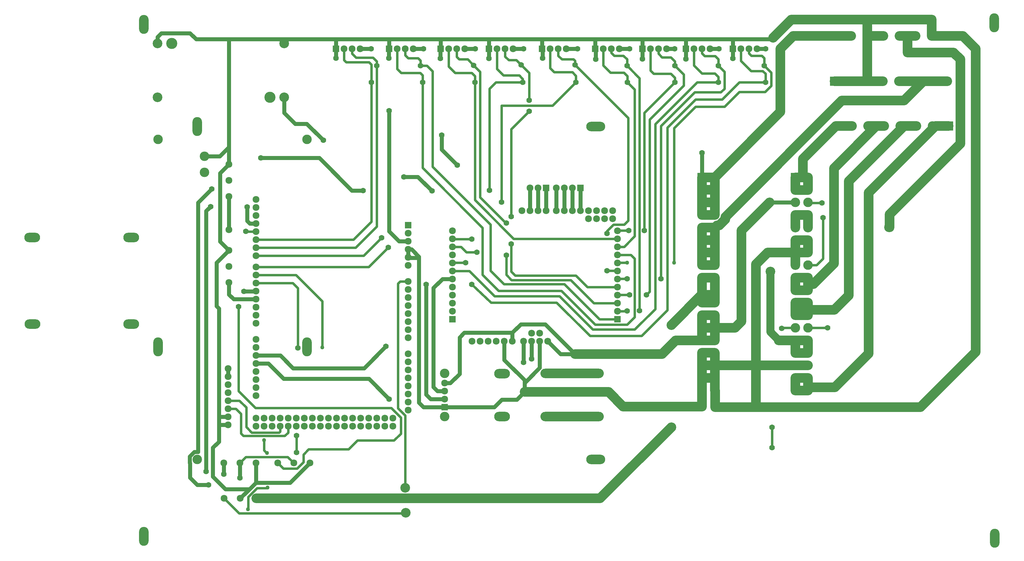
<source format=gbl>
%FSLAX44Y44*%
%MOMM*%
G71*
G01*
G75*
G04 Layer_Physical_Order=2*
G04 Layer_Color=16711680*
%ADD10R,1.9050X2.1590*%
%ADD11C,0.7620*%
%ADD12C,1.2700*%
%ADD13C,3.0480*%
%ADD14C,0.5080*%
%ADD15C,3.0000*%
%ADD16O,3.0000X6.0000*%
%ADD17O,6.0000X3.0000*%
%ADD18O,5.0000X3.0000*%
%ADD19R,2.1590X2.1590*%
%ADD20C,2.1590*%
%ADD21R,2.1590X2.1590*%
%ADD22R,3.0000X3.0000*%
%ADD23C,3.0480*%
%ADD24C,3.5000*%
%ADD25O,20.0000X3.0000*%
%ADD26C,1.2700*%
%ADD27C,1.7780*%
%ADD28C,2.5400*%
D11*
X1567942Y1004316D02*
Y1150112D01*
X1485216Y1232838D02*
X1567942Y1150112D01*
X1815846Y732028D02*
Y782828D01*
X1785366Y813308D02*
X1815846Y782828D01*
X1829816Y560578D02*
Y789178D01*
X1806956Y812038D02*
X1829816Y789178D01*
X1806956Y812038D02*
Y1205738D01*
X1636776Y1911858D02*
X1643126Y1905508D01*
X1636776Y1911858D02*
Y1947418D01*
X1662176Y1932178D02*
Y1947418D01*
Y1932178D02*
X1674876Y1919478D01*
X1728216D02*
X1739646Y1908048D01*
Y1894078D02*
Y1908048D01*
X1674876Y1919478D02*
X1728216D01*
X1643126Y1905508D02*
X1715516D01*
X1723136Y1897888D01*
Y1842008D02*
Y1897888D01*
X2962656Y1894078D02*
Y1918208D01*
X2955036Y1925828D02*
X2962656Y1918208D01*
X2922016Y1925828D02*
X2955036D01*
X2914396Y1933448D02*
X2922016Y1925828D01*
X2914396Y1933448D02*
Y1947418D01*
X2888996Y1909318D02*
Y1947418D01*
Y1909318D02*
X2920746Y1877568D01*
X2957576D01*
X2966466Y1868678D01*
Y1842008D02*
Y1868678D01*
X2765806Y1933448D02*
Y1947418D01*
Y1933448D02*
X2774696Y1924558D01*
X2807716D01*
X2817876Y1914398D01*
Y1894078D02*
Y1914398D01*
X2740406Y1895348D02*
Y1947418D01*
Y1895348D02*
X2765806Y1869948D01*
X2806446D01*
X2817876Y1858518D01*
Y1842008D02*
Y1858518D01*
X2480056Y1934718D02*
Y1947418D01*
Y1934718D02*
X2488946Y1925828D01*
X2518156D01*
X2529586Y1914398D01*
Y1894078D02*
Y1914398D01*
X2454656Y1895348D02*
Y1947418D01*
Y1895348D02*
X2477516Y1872488D01*
X2519426D01*
X2530856Y1861058D01*
Y1842008D02*
Y1861058D01*
X2603246Y1878838D02*
Y1947418D01*
Y1878838D02*
X2613406Y1868678D01*
X2668016D01*
X2680716Y1855978D01*
Y1842008D02*
Y1855978D01*
X2628646Y1932178D02*
Y1947418D01*
Y1932178D02*
X2640076Y1920748D01*
X2668016D01*
X2680716Y1908048D01*
Y1894078D02*
Y1908048D01*
X2312416Y1925828D02*
Y1947418D01*
Y1925828D02*
X2323846Y1914398D01*
X2360676D01*
X2365756Y1909318D01*
Y1896618D02*
Y1909318D01*
X2287016Y1886458D02*
Y1947418D01*
Y1886458D02*
X2299716Y1873758D01*
X2356866D01*
X2368296Y1862328D01*
Y1842008D02*
Y1862328D01*
X2180336Y1911858D02*
X2195576Y1896618D01*
X2156206Y1911858D02*
X2180336D01*
X2144776Y1923288D02*
X2156206Y1911858D01*
X2144776Y1923288D02*
Y1947418D01*
X2119376Y1883918D02*
Y1947418D01*
Y1883918D02*
X2139696Y1863598D01*
X2189226D01*
X2200656Y1852168D01*
Y1842008D02*
Y1852168D01*
X2026666Y1914398D02*
X2045716Y1895348D01*
X1999996Y1914398D02*
X2026666D01*
X1992376Y1922018D02*
X1999996Y1914398D01*
X1992376Y1922018D02*
Y1947418D01*
X1966976Y1891538D02*
Y1947418D01*
Y1891538D02*
X1987296Y1871218D01*
X2039366D01*
X2049526Y1861058D01*
Y1842008D02*
Y1861058D01*
X1829816Y1927098D02*
Y1947418D01*
Y1927098D02*
X1838706Y1918208D01*
X1870456D01*
X1878076Y1910588D01*
Y1894078D02*
Y1910588D01*
X1804416Y1883918D02*
Y1947418D01*
Y1883918D02*
X1817116Y1871218D01*
X1876806D01*
X1884426Y1863598D01*
Y1842008D02*
Y1863598D01*
X2099056Y1246378D02*
Y1392428D01*
X1916176Y1575308D02*
X2099056Y1392428D01*
X1916176Y1575308D02*
Y1876298D01*
X1898396Y1894078D02*
X1916176Y1876298D01*
X1878076Y1894078D02*
X1898396D01*
X1884426Y1571498D02*
Y1842008D01*
Y1571498D02*
X2073656Y1382268D01*
Y1233678D02*
Y1382268D01*
X2529586Y1076198D02*
X2553716Y1100328D01*
Y1284478D01*
X2541298Y1296896D02*
X2553716Y1284478D01*
X2499028Y1296896D02*
X2541298D01*
X2045716Y1895348D02*
X2066036Y1875028D01*
X1978046Y1322578D02*
X1978328Y1322296D01*
X2499028D02*
X2520414D01*
X2553716Y1355598D01*
Y1819148D01*
X2530856Y1842008D02*
X2553716Y1819148D01*
X2499028Y1119096D02*
X2529304D01*
X2529586Y1119378D01*
X2568956Y1120648D02*
Y1854708D01*
X2529586Y1894078D02*
X2568956Y1854708D01*
X2584196Y1745488D02*
X2680716Y1842008D01*
X2584196Y1373378D02*
Y1745488D01*
X2499310Y1373378D02*
X2534666D01*
X2499028Y1373096D02*
X2499310Y1373378D01*
X2680716Y1894078D02*
X2708656Y1866138D01*
Y1831848D02*
Y1866138D01*
X2600706Y1723898D02*
X2708656Y1831848D01*
X2600706Y1180338D02*
Y1723898D01*
X2590546Y1170178D02*
X2600706Y1180338D01*
X2499310Y1170178D02*
X2537206D01*
X2499028Y1169896D02*
X2499310Y1170178D01*
X2750566Y1842008D02*
X2817876D01*
X2618486Y1709928D02*
X2750566Y1842008D01*
X2618486Y1125728D02*
Y1709928D01*
X2553716Y1060958D02*
X2618486Y1125728D01*
X2442238Y1093696D02*
X2499028D01*
X2331466Y1204468D02*
X2442238Y1093696D01*
X2140966Y1204468D02*
X2331466D01*
X2099056Y1246378D02*
X2140966Y1204468D01*
X2429256Y1076198D02*
X2529586D01*
X2322576Y1182878D02*
X2429256Y1076198D01*
X2124456Y1182878D02*
X2322576D01*
X2073656Y1233678D02*
X2124456Y1182878D01*
X2421636Y1060958D02*
X2553716D01*
X2316226Y1166368D02*
X2421636Y1060958D01*
X2111756Y1166368D02*
X2316226D01*
X2032028Y1246096D02*
X2111756Y1166368D01*
X1978328Y1246096D02*
X2032028D01*
X2817876Y1894078D02*
X2836926Y1875028D01*
Y1821688D02*
Y1875028D01*
X2825496Y1810258D02*
X2836926Y1821688D01*
X2742946Y1810258D02*
X2825496D01*
X2636266Y1703578D02*
X2742946Y1810258D01*
X2636266Y1220978D02*
Y1703578D01*
X2499310Y1220978D02*
X2529586D01*
X2499028Y1220696D02*
X2499310Y1220978D01*
X2883916Y1842008D02*
X2966466D01*
X2829306Y1787398D02*
X2883916Y1842008D01*
X2745486Y1787398D02*
X2829306D01*
X2656586Y1698498D02*
X2745486Y1787398D01*
X2656586Y1121918D02*
Y1698498D01*
X2575306Y1040638D02*
X2656586Y1121918D01*
X2412746Y1040638D02*
X2575306D01*
X2307336Y1146048D02*
X2412746Y1040638D01*
X2100326Y1146048D02*
X2307336D01*
X2039366Y1203198D02*
X2100326Y1146048D01*
X1978328Y1347696D02*
X1978610Y1347978D01*
X2962656Y1894078D02*
X2984246Y1872488D01*
Y1830578D02*
Y1872488D01*
X2965196Y1811528D02*
X2984246Y1830578D01*
X2883916Y1811528D02*
X2965196D01*
X2836926Y1764538D02*
X2883916Y1811528D01*
X2745486Y1764538D02*
X2836926D01*
X2678176Y1697228D02*
X2745486Y1764538D01*
X2678176Y1271778D02*
Y1697228D01*
X2499310Y1271778D02*
X2529586D01*
X2499028Y1271496D02*
X2499310Y1271778D01*
X1723136Y1401318D02*
Y1842008D01*
X1666416Y1344598D02*
X1723136Y1401318D01*
X1358392Y1344598D02*
X1666416D01*
X1739646Y1386078D02*
Y1894078D01*
X1672766Y1319198D02*
X1739646Y1386078D01*
X1358392Y1319198D02*
X1672766D01*
X2115566Y1842008D02*
X2200656D01*
X2095246Y1821688D02*
X2115566Y1842008D01*
X2095246Y1500378D02*
Y1821688D01*
X1979316Y1346708D02*
X2039366D01*
X1978328Y1347696D02*
X1979316Y1346708D01*
X1978610Y1271778D02*
X2020316D01*
X1978046D02*
X1978328Y1271496D01*
X2294636Y1768348D02*
X2368296Y1842008D01*
X2133346Y1768348D02*
X2294636D01*
X2133346Y1463548D02*
Y1768348D01*
X2022856Y1304798D02*
X2055876D01*
X2005358Y1322296D02*
X2022856Y1304798D01*
X1978328Y1322296D02*
X2005358D01*
X2195576Y1896618D02*
X2220976Y1871218D01*
Y1784858D02*
Y1871218D01*
X2163826Y1693418D02*
X2220976Y1750568D01*
X2163826Y1417828D02*
Y1693418D01*
Y1243838D02*
Y1331468D01*
X2404138Y1195296D02*
X2499028D01*
X2049526Y1469898D02*
Y1842008D01*
Y1469898D02*
X2171728Y1347696D01*
X2499028D01*
X2066036Y1478788D02*
Y1875028D01*
Y1478788D02*
X2147316Y1397508D01*
X2148586D01*
X2163826Y1243838D02*
X2176526Y1231138D01*
X2368296D01*
X2404138Y1195296D01*
X2148586Y1233678D02*
Y1295908D01*
Y1233678D02*
X2165096Y1217168D01*
X2351786D01*
X2424458Y1144496D01*
X2499028D01*
X2533396Y1405128D02*
Y1728978D01*
X2520696Y1392428D02*
X2533396Y1405128D01*
X2486406Y1392428D02*
X2520696D01*
X2466086Y1372108D02*
X2486406Y1392428D01*
X2466086Y1364488D02*
Y1372108D01*
Y1246378D02*
X2498746D01*
X2499028Y1246096D01*
X2365756Y1896618D02*
X2533396Y1728978D01*
X1271016Y810768D02*
X1295146D01*
X1311656Y794258D01*
X1271016Y836168D02*
X1306576D01*
X1328166Y814578D01*
Y752602D02*
Y814578D01*
X1258316Y527558D02*
X1305306Y480568D01*
X1829816D01*
X1831086Y481838D01*
X1806956Y1205738D02*
X1813736Y1212518D01*
X1838452D01*
X1427226Y639318D02*
X1445006Y621538D01*
X1488186D01*
X1508506Y641858D01*
Y665988D01*
X1525016Y682498D01*
X1650746D01*
X1678686Y710438D01*
X1794256D01*
X1815846Y732028D01*
X1304036Y866648D02*
X1357376Y813308D01*
X1304036Y866648D02*
Y1133348D01*
X1357376Y813308D02*
X1785366D01*
X1327736Y1369998D02*
X1358392D01*
X1326896Y1370838D02*
X1327736Y1369998D01*
X1358392Y1293798D02*
X1698166D01*
X1754886Y1350518D01*
X3101728Y1461008D02*
X3144266D01*
X3100532Y1462204D02*
X3101728Y1461008D01*
X1358392Y1258238D02*
X1714676D01*
X1776476Y1320038D01*
X3148076Y1284478D02*
Y1414018D01*
X3127802Y1264204D02*
X3148076Y1284478D01*
X3100532Y1264204D02*
X3127802D01*
X1358392Y1232838D02*
X1485216D01*
X3100698Y1066038D02*
X3162046D01*
X3100532Y1066204D02*
X3100698Y1066038D01*
X1358392Y1207438D02*
X1475056D01*
X1490726Y1191768D01*
Y1002538D02*
Y1191768D01*
X2986786Y687578D02*
Y752348D01*
X3018448Y1066204D02*
X3060532D01*
X3017012Y1064768D02*
X3018448Y1066204D01*
X1458976Y658368D02*
X1478026Y639318D01*
X1307846D02*
X1326896Y658368D01*
X1458976D01*
X1434592Y738378D02*
Y755318D01*
X1486408Y672338D02*
Y725678D01*
X1345438Y735330D02*
X1431544D01*
X1434592Y738378D01*
X1328166Y752602D02*
X1345438Y735330D01*
X1311656Y732282D02*
Y794258D01*
Y732282D02*
X1319022Y724916D01*
X1459992Y735584D02*
Y755318D01*
X1449324Y724916D02*
X1459992Y735584D01*
X1319022Y724916D02*
X1449324D01*
X1383792Y710946D02*
Y711708D01*
X1393444Y669544D02*
Y671068D01*
X1395476Y560070D02*
Y561340D01*
X1334008Y532183D02*
X1361895Y560070D01*
X1334008Y493014D02*
Y532183D01*
X1361895Y560070D02*
X1395476D01*
X1383792Y710946D02*
X1384046Y710692D01*
X1383792Y679196D02*
Y710946D01*
Y679196D02*
X1393444Y669544D01*
X1333754Y493268D02*
X1334008Y493014D01*
D12*
X1475486Y938784D02*
X1700022D01*
X1435432Y978838D02*
X1475486Y938784D01*
X1715008Y905256D02*
X1779016Y841248D01*
X1445768Y905256D02*
X1715008D01*
X1397586Y953438D02*
X1445768Y905256D01*
X1358392Y953438D02*
X1397586D01*
X1358392Y978838D02*
X1435432D01*
X1447800Y1745234D02*
Y1794510D01*
Y1745234D02*
X1482344Y1710690D01*
X1518920D01*
X1570990Y1658620D01*
X1611376Y1918208D02*
Y1947418D01*
X2863596Y1916938D02*
Y1947418D01*
X2715006Y1915668D02*
Y1947418D01*
X2430526Y1914398D02*
Y1946148D01*
X2429256Y1947418D02*
X2430526Y1946148D01*
X2577846Y1915668D02*
Y1947418D01*
X2262886Y1918208D02*
Y1946148D01*
X1940306Y1916938D02*
Y1946148D01*
X1777746Y1918208D02*
Y1946148D01*
X1779016Y1947418D01*
X2382266Y1436674D02*
Y1507998D01*
X2382188Y1436596D02*
X2382266Y1436674D01*
X2356866D02*
Y1507998D01*
X2331388Y1436596D02*
Y1507920D01*
X2306066Y1436674D02*
Y1507998D01*
X2274238Y1436596D02*
Y1507920D01*
X2248916Y1436674D02*
Y1507998D01*
X2223438Y1436596D02*
Y1507920D01*
X1909826Y841248D02*
X1954276D01*
X1918716Y879348D02*
X1931416Y866648D01*
X1954276D01*
X1886966Y815848D02*
X1954276D01*
X1872996Y829818D02*
X1886966Y815848D01*
X1849706Y1314118D02*
X1872996Y1290828D01*
X1838452Y1314118D02*
X1849706D01*
X1838452Y1288718D02*
Y1314118D01*
Y1288718D02*
X1840152Y1287018D01*
X1870456D01*
X1872996Y829818D02*
Y1290828D01*
X1895856Y855218D02*
X1909826Y841248D01*
X1895856Y855218D02*
Y1203198D01*
X1611376Y1947418D02*
Y1977898D01*
X2863596Y1947418D02*
Y1977898D01*
X2715006Y1947418D02*
Y1975358D01*
X2577846Y1947418D02*
Y1976628D01*
X2939796Y1947418D02*
X2966466D01*
X2791206D02*
X2819146D01*
X2654046D02*
X2679446D01*
X2505456D02*
X2537206D01*
X2337816D02*
X2373376D01*
X2170176D02*
X2203196D01*
X2017776D02*
X2050796D01*
X1855216D02*
X1886966D01*
X1687576D02*
X1721866D01*
X1779016D02*
Y1976628D01*
X1941576Y1947418D02*
Y1975358D01*
X2093976Y1947418D02*
Y1976628D01*
X2261616Y1947418D02*
Y1976628D01*
X1611376Y1977898D02*
X2429256D01*
X2863596D01*
X2429256Y1947418D02*
Y1977898D01*
X2093976Y1916938D02*
Y1947418D01*
X1778762Y1371092D02*
Y1752092D01*
Y1371092D02*
X1810336Y1339518D01*
X1838452D01*
X1954276Y815848D02*
X2110994D01*
X2863596Y1977898D02*
X2985516D01*
X2989961Y1982343D01*
X2979166Y1462278D02*
X3060458D01*
X3060532Y1462204D01*
X1358646Y577088D02*
Y639318D01*
X1245616Y1339088D02*
Y1554988D01*
X1273556Y1582928D01*
X1245616Y1339088D02*
X1273556Y1311148D01*
Y1375918D02*
Y1481328D01*
X1320546Y1181608D02*
X1357962D01*
X1358392Y1182038D01*
X1273556Y1171448D02*
Y1209548D01*
Y1171448D02*
X1288366Y1156638D01*
X1358392D01*
X1271016Y912368D02*
Y937768D01*
X1234186Y1134618D02*
X1241806Y1126998D01*
X1234186Y1134618D02*
Y1271778D01*
X1273556Y1311148D01*
X1466596Y577088D02*
X1528826Y639318D01*
X1358646Y577088D02*
X1466596D01*
X1222756Y687578D02*
X1241806Y706628D01*
X1222756Y596138D02*
Y687578D01*
Y596138D02*
X1262126Y556768D01*
X1338326D01*
X1309116Y527558D02*
X1338326Y556768D01*
X1358646Y577088D01*
X1257046Y603758D02*
Y639318D01*
X1330706Y1403858D02*
Y1448308D01*
Y1403858D02*
X1339166Y1395398D01*
X1358392D01*
X2228596Y968248D02*
Y1023768D01*
X2228518Y1023846D02*
X2228596Y1023768D01*
X1700022Y938784D02*
X1768856Y1007618D01*
X2203196Y956818D02*
Y1023768D01*
X2203118Y1023846D02*
X2203196Y1023768D01*
X2279318Y1023846D02*
X2319676Y983488D01*
X2167558Y1023846D02*
Y1050720D01*
X2194306Y1077468D01*
X2271776D01*
X1918716Y879348D02*
Y1192276D01*
X1947136Y1220696D01*
X1978328D01*
X1307846Y592328D02*
Y639318D01*
X1201420Y612140D02*
Y1435100D01*
X1215390Y1449070D01*
X1176020Y1461770D02*
X1219200Y1504950D01*
X1176020Y674130D02*
Y1461770D01*
X1163585Y674130D02*
X1176020D01*
X1149590Y660135D02*
X1163585Y674130D01*
X1149590Y639314D02*
Y660135D01*
X1150620Y593090D02*
Y638284D01*
Y593090D02*
X1173480Y570230D01*
X1209040D01*
X1447800Y1964510D02*
Y1977898D01*
X1611376D01*
X2766314Y1541448D02*
Y1618996D01*
X2766060Y1619250D02*
X2766314Y1618996D01*
X1944370Y1629410D02*
X1993900Y1579880D01*
X1944370Y1629410D02*
Y1675130D01*
X1196340Y1607820D02*
X1244346D01*
X1273556Y1637030D01*
Y1582928D02*
Y1637030D01*
X1374140Y1602740D02*
X1558290D01*
X1661160Y1499870D01*
X1696720D01*
X1824990Y1543050D02*
X1869440D01*
X1913890Y1498600D01*
X2762522Y1386840D02*
X2766314Y1383048D01*
X1243584Y759968D02*
X1271016D01*
X1243330Y785368D02*
X1271016D01*
X1241806Y706628D02*
Y1126998D01*
X1150620Y1996948D02*
X1169670Y1977898D01*
X1059942Y1996948D02*
X1150620D01*
X1047800Y1984806D02*
X1059942Y1996948D01*
X1047800Y1964510D02*
Y1984806D01*
X1273556Y1637030D02*
Y1977644D01*
X1169670Y1977898D02*
X1447800D01*
X2110994Y815848D02*
X2134362Y839216D01*
X2181606D01*
X2206244Y863854D01*
X2253918Y939722D02*
Y1023846D01*
X2142158Y965024D02*
Y1023846D01*
Y965024D02*
X2206244Y900938D01*
Y863854D02*
Y892048D01*
Y900938D01*
Y892048D02*
X2253918Y939722D01*
X1954276Y892048D02*
X1972056D01*
X2001012Y921004D01*
Y1036066D01*
X2015666Y1050720D01*
X2167558D01*
X2271776Y1077468D02*
X2365756Y983488D01*
X2319676D02*
X2365756D01*
X2380996D01*
D13*
X3285490Y1845310D02*
X3336290D01*
X3464814D02*
X3488690D01*
X3437890D02*
X3464814D01*
X3403346Y1783842D02*
X3464814Y1845310D01*
X3207108Y1783842D02*
X3403346D01*
X3488690Y1845310D02*
X3539490D01*
X3387090D02*
X3437890D01*
X3234690D02*
X3285490D01*
X3183890D02*
X3234690D01*
X2839334Y1416068D02*
X3207108Y1783842D01*
X2765806Y1541018D02*
X2766236Y1541448D01*
X2766314Y1462248D02*
Y1501848D01*
X2766236Y1541448D02*
X2766314D01*
Y1501848D02*
X2806314D01*
Y1462248D02*
Y1501848D01*
X2766314Y1462248D02*
X2806314D01*
Y1501848D02*
Y1541448D01*
Y1422648D02*
Y1462248D01*
X2766314Y1541448D02*
X2806314D01*
X2766314Y1501848D02*
Y1541448D01*
Y1422648D02*
Y1462248D01*
Y1422648D02*
X2806314D01*
X2766314Y1303848D02*
X2806314D01*
X2766314Y1264248D02*
X2806314D01*
X2766314Y1343448D02*
X2806314D01*
Y1383048D01*
X2766314Y1264248D02*
Y1343448D01*
X2806314Y1264248D02*
Y1303848D01*
X2766314D02*
Y1343448D01*
Y1383048D01*
X2766296D02*
X2766314D01*
X2806314D01*
Y1303848D02*
Y1343448D01*
X2766314Y1145448D02*
X2806314D01*
X2806174Y1224788D02*
X2806314Y1224648D01*
X2766314Y1145448D02*
Y1185048D01*
Y1224648D01*
X2806314Y1185048D02*
Y1224648D01*
X2766314D02*
X2806314D01*
X2766314Y1026648D02*
X2806314D01*
X2766314D02*
Y1066248D01*
Y1105848D01*
X2766246D02*
X2766314D01*
X2806314D01*
X2766314Y1066248D02*
X2806314D01*
Y1026648D02*
Y1066248D01*
Y1105848D01*
X2806064Y987298D02*
X2806314Y987048D01*
X3060532Y1501804D02*
X3100532D01*
X3060532D02*
Y1541404D01*
Y1383004D02*
Y1422604D01*
X3100532Y1383004D02*
Y1422604D01*
X3060750D02*
X3100532D01*
X3060446Y1422908D02*
X3060750Y1422604D01*
X3060532Y1264204D02*
Y1303804D01*
Y1343404D01*
Y1303804D02*
X3100532D01*
X3060532Y1343404D02*
X3100532D01*
Y1303804D02*
Y1343404D01*
X3060532Y1185004D02*
X3100532D01*
X3060532D02*
Y1224604D01*
Y1224702D01*
Y1224604D02*
X3100532D01*
X3099888Y1146048D02*
X3100532Y1145404D01*
X3060532Y987004D02*
X3100532D01*
Y1026604D01*
X3060532Y987004D02*
Y1026604D01*
X3060510D02*
X3060532D01*
X3100532D01*
X3060532Y947404D02*
X3100532D01*
X3060532Y868204D02*
Y907804D01*
X3100532D01*
X3186176Y1988058D02*
X3236976D01*
X3287776D02*
X3338576D01*
X3490976D02*
X3541776D01*
X3188716Y1703578D02*
X3239516D01*
X3084576Y1599438D02*
X3188716Y1703578D01*
X3084576Y1541404D02*
Y1599438D01*
X3060832Y1541404D02*
X3084576D01*
X3100532D01*
Y1501804D02*
Y1541404D01*
X3290316Y1703578D02*
X3315716D01*
X3341116D01*
X3100532Y1185004D02*
Y1204468D01*
Y1224604D01*
Y1204468D02*
X3117596D01*
X3403346Y1703578D02*
X3442716D01*
X3391916D02*
X3403346D01*
X3229356Y1168908D02*
Y1529588D01*
X3183636Y1123188D02*
X3229356Y1168908D01*
X3060532Y1105804D02*
Y1145404D01*
Y1105804D02*
X3100532D01*
X3082036Y1123188D02*
X3100532D01*
X3183636D01*
X3060532Y1145404D02*
X3100532D01*
Y1105804D02*
Y1123188D01*
Y1145404D01*
X3229356Y1529588D02*
X3403346Y1703578D01*
X3100532Y868204D02*
Y878078D01*
Y907804D01*
X3184906Y878078D02*
X3291586Y984758D01*
Y1492758D01*
X3060532Y868204D02*
X3100532D01*
Y878078D02*
X3184906D01*
X3502406Y1703578D02*
X3544316D01*
X3291586Y1492758D02*
X3502406Y1703578D01*
X2806314Y1541448D02*
X3013456Y1748590D01*
Y1947418D01*
X3054096Y1988058D01*
X3186176D01*
X2806314Y1383048D02*
X2812894Y1389628D01*
X2819991D01*
X2839334Y1408971D01*
Y1416068D01*
X3541776Y1988058D02*
X3588766D01*
X3629406Y1947418D01*
Y989838D02*
Y1947418D01*
X3455416Y815848D02*
X3629406Y989838D01*
X3287776Y1847596D02*
Y1988058D01*
Y2026158D01*
X2806314Y947448D02*
Y987048D01*
Y907848D02*
Y947448D01*
Y900228D02*
Y907848D01*
X2766314Y947448D02*
Y987048D01*
Y907848D02*
Y947448D01*
X2765806Y987298D02*
X2806064D01*
X2766314Y947448D02*
X2806314D01*
X2766314Y907848D02*
X2806314D01*
Y868248D02*
Y907848D01*
X2766314Y817626D02*
Y868248D01*
Y907848D01*
X2973092Y1303804D02*
X3060532D01*
X2935986Y1266698D02*
X2973092Y1303804D01*
X2806358Y947404D02*
X2935986D01*
X3060532D01*
X2935986D02*
Y1266698D01*
Y817118D02*
Y947404D01*
X2807716Y815848D02*
X3455416D01*
X2807716D02*
Y868248D01*
X3008440Y1026604D02*
X3060532D01*
X2806314Y1066248D02*
X2870156D01*
X2890266Y1086358D01*
Y1373378D01*
X2979166Y1462278D01*
X3389376Y1988058D02*
X3414776D01*
X3440176D01*
X3414776Y1935988D02*
X3559556D01*
X3581146Y1914398D01*
Y1647698D02*
Y1914398D01*
X3414776Y1935988D02*
Y1988058D01*
X3357626Y1424178D02*
X3581146Y1647698D01*
X3357626Y1383538D02*
Y1424178D01*
X1359916Y527558D02*
X2444496D01*
X2669286Y752348D01*
Y1074928D02*
X2764536Y1170178D01*
X2806314D01*
Y1145448D02*
Y1170178D01*
Y1185048D01*
X2683236Y1026648D02*
X2766314D01*
X2640076Y983488D02*
X2683236Y1026648D01*
X2365756Y983488D02*
X2640076D01*
X3117596Y1204468D02*
X3182366Y1269238D01*
Y1570228D01*
X3315716Y1703578D01*
X2989961Y1982343D02*
X3047746Y2040128D01*
X3490976D01*
Y1988058D02*
Y2040128D01*
X2517394Y817626D02*
X2766314D01*
X2471166Y863854D02*
X2517394Y817626D01*
X2206244Y863854D02*
X2471166D01*
D15*
X1049342Y1661092D02*
D03*
X1519342D02*
D03*
X1173480Y650240D02*
D03*
X3186176Y1988058D02*
D03*
X3236976D02*
D03*
X3287776D02*
D03*
X3338576D02*
D03*
X3389376D02*
D03*
X3490976D02*
D03*
X3440176D02*
D03*
X3188716Y1703578D02*
D03*
X3239516D02*
D03*
X3290316D02*
D03*
X3341116D02*
D03*
X3391916D02*
D03*
X3493516D02*
D03*
X3442716D02*
D03*
X3539490Y1845310D02*
D03*
X3488690D02*
D03*
X3437890D02*
D03*
X3387090D02*
D03*
X3336290D02*
D03*
X3234690D02*
D03*
X3285490D02*
D03*
X2766314Y1501848D02*
D03*
Y1462248D02*
D03*
Y1422648D02*
D03*
Y1383048D02*
D03*
Y1343448D02*
D03*
Y1303848D02*
D03*
Y1264248D02*
D03*
Y1224648D02*
D03*
Y1185048D02*
D03*
Y1145448D02*
D03*
Y1105848D02*
D03*
Y1066248D02*
D03*
Y1026648D02*
D03*
Y987048D02*
D03*
Y947448D02*
D03*
Y907848D02*
D03*
Y868248D02*
D03*
X2806314Y1541448D02*
D03*
Y1501848D02*
D03*
Y1462248D02*
D03*
Y1422648D02*
D03*
Y1383048D02*
D03*
Y1343448D02*
D03*
Y1303848D02*
D03*
Y1264248D02*
D03*
Y1224648D02*
D03*
Y1185048D02*
D03*
Y1145448D02*
D03*
Y1105848D02*
D03*
Y1066248D02*
D03*
Y1026648D02*
D03*
Y987048D02*
D03*
Y947448D02*
D03*
Y907848D02*
D03*
Y868248D02*
D03*
X3060532Y1501804D02*
D03*
Y1462204D02*
D03*
Y1422604D02*
D03*
Y1383004D02*
D03*
Y1343404D02*
D03*
Y1303804D02*
D03*
Y1264204D02*
D03*
Y1224604D02*
D03*
Y1185004D02*
D03*
Y1145404D02*
D03*
Y1105804D02*
D03*
Y1066204D02*
D03*
Y1026604D02*
D03*
Y987004D02*
D03*
Y947404D02*
D03*
Y907804D02*
D03*
Y868204D02*
D03*
X3100532Y1541404D02*
D03*
Y1501804D02*
D03*
Y1462204D02*
D03*
Y1422604D02*
D03*
Y1383004D02*
D03*
Y1343404D02*
D03*
Y1303804D02*
D03*
Y1264204D02*
D03*
Y1224604D02*
D03*
Y1185004D02*
D03*
Y1145404D02*
D03*
Y1105804D02*
D03*
Y1066204D02*
D03*
Y1026604D02*
D03*
Y987004D02*
D03*
Y947404D02*
D03*
Y907804D02*
D03*
Y868204D02*
D03*
X1196340Y1607820D02*
D03*
Y1557020D02*
D03*
X1954276Y785848D02*
D03*
Y922048D02*
D03*
D16*
X1049342Y1006092D02*
D03*
X1519342D02*
D03*
X1173480Y1701800D02*
D03*
X1004570Y2024634D02*
D03*
Y407416D02*
D03*
X3689858Y401828D02*
D03*
X3688334Y2029714D02*
D03*
D17*
X2430780Y650240D02*
D03*
Y1701800D02*
D03*
D18*
X964946Y1077722D02*
D03*
Y1351534D02*
D03*
X652946Y1351788D02*
D03*
X653288Y1077722D02*
D03*
X2135276Y921512D02*
D03*
Y785848D02*
D03*
D19*
X2274316Y1507998D02*
D03*
X1779016Y1947418D02*
D03*
X1941576D02*
D03*
X2093976D02*
D03*
X2261616D02*
D03*
X2429256D02*
D03*
X2577846D02*
D03*
X2715006D02*
D03*
X2863596D02*
D03*
X2382266Y1507998D02*
D03*
X1611376Y1947418D02*
D03*
D20*
X2248916Y1507998D02*
D03*
X2223516D02*
D03*
X1954276Y892048D02*
D03*
Y866648D02*
D03*
Y841248D02*
D03*
X1855216Y1947418D02*
D03*
X1829816D02*
D03*
X1804416D02*
D03*
X2017776D02*
D03*
X1992376D02*
D03*
X1966976D02*
D03*
X2170176D02*
D03*
X2144776D02*
D03*
X2119376D02*
D03*
X2337816D02*
D03*
X2312416D02*
D03*
X2287016D02*
D03*
X2505456D02*
D03*
X2480056D02*
D03*
X2454656D02*
D03*
X2654046D02*
D03*
X2628646D02*
D03*
X2603246D02*
D03*
X2791206D02*
D03*
X2765806D02*
D03*
X2740406D02*
D03*
X2939796D02*
D03*
X2914396D02*
D03*
X2888996D02*
D03*
X2306066Y1507998D02*
D03*
X2331466D02*
D03*
X2356866D02*
D03*
X1687576Y1947418D02*
D03*
X1662176D02*
D03*
X1636776D02*
D03*
X1271016Y836168D02*
D03*
Y759968D02*
D03*
Y785368D02*
D03*
Y810768D02*
D03*
Y861568D02*
D03*
Y886968D02*
D03*
Y912368D02*
D03*
Y937768D02*
D03*
X1273556Y1481328D02*
D03*
Y1532128D02*
D03*
Y1582928D02*
D03*
Y1209548D02*
D03*
Y1260348D02*
D03*
Y1311148D02*
D03*
X1359916Y527558D02*
D03*
X1309116D02*
D03*
X1258316D02*
D03*
X1257046Y639318D02*
D03*
X1307846D02*
D03*
X1358646D02*
D03*
X1427226D02*
D03*
X1478026D02*
D03*
X1528826D02*
D03*
X1358392Y1471598D02*
D03*
Y1446198D02*
D03*
Y1420798D02*
D03*
Y1395398D02*
D03*
Y1369998D02*
D03*
Y1344598D02*
D03*
Y1319198D02*
D03*
Y1293798D02*
D03*
Y1258238D02*
D03*
Y1232838D02*
D03*
Y1207438D02*
D03*
Y1182038D02*
D03*
Y1156638D02*
D03*
Y1131238D02*
D03*
Y1105838D02*
D03*
Y1080438D02*
D03*
Y1029638D02*
D03*
Y1004238D02*
D03*
Y978838D02*
D03*
Y953438D02*
D03*
Y928038D02*
D03*
Y902638D02*
D03*
Y877238D02*
D03*
Y851838D02*
D03*
X1790192Y755318D02*
D03*
Y780718D02*
D03*
X1764792Y755318D02*
D03*
Y780718D02*
D03*
X1739392Y755318D02*
D03*
Y780718D02*
D03*
X1713992Y755318D02*
D03*
Y780718D02*
D03*
X1688592Y755318D02*
D03*
Y780718D02*
D03*
X1663192Y755318D02*
D03*
Y780718D02*
D03*
X1637792Y755318D02*
D03*
Y780718D02*
D03*
X1612392Y755318D02*
D03*
Y780718D02*
D03*
X1586992Y755318D02*
D03*
Y780718D02*
D03*
X1561592Y755318D02*
D03*
Y780718D02*
D03*
X1536192Y755318D02*
D03*
Y780718D02*
D03*
X1510792Y755318D02*
D03*
Y780718D02*
D03*
X1485392Y755318D02*
D03*
Y780718D02*
D03*
X1459992Y755318D02*
D03*
Y780718D02*
D03*
X1434592Y755318D02*
D03*
Y780718D02*
D03*
X1409192Y755318D02*
D03*
Y780718D02*
D03*
X1383792Y755318D02*
D03*
Y780718D02*
D03*
X1358392Y755318D02*
D03*
Y780718D02*
D03*
X1838452Y831518D02*
D03*
Y856918D02*
D03*
Y882318D02*
D03*
Y907718D02*
D03*
Y933118D02*
D03*
Y958518D02*
D03*
Y983918D02*
D03*
Y1034718D02*
D03*
Y1060118D02*
D03*
Y1085518D02*
D03*
Y1110918D02*
D03*
Y1136318D02*
D03*
Y1161718D02*
D03*
Y1187118D02*
D03*
Y1212518D02*
D03*
Y1263318D02*
D03*
Y1288718D02*
D03*
Y1314118D02*
D03*
Y1339518D02*
D03*
Y1364918D02*
D03*
Y806118D02*
D03*
X2198038Y1436596D02*
D03*
X2223438D02*
D03*
X2248838D02*
D03*
X2274238D02*
D03*
X2305988D02*
D03*
X2331388D02*
D03*
X2356788D02*
D03*
X2382188D02*
D03*
X2407588D02*
D03*
X2432988D02*
D03*
X2458388D02*
D03*
X2483788D02*
D03*
X2407588Y1411196D02*
D03*
X2432988D02*
D03*
X2458388D02*
D03*
X2483788D02*
D03*
X2499028Y1373096D02*
D03*
Y1347696D02*
D03*
Y1322296D02*
D03*
Y1296896D02*
D03*
Y1271496D02*
D03*
Y1246096D02*
D03*
Y1220696D02*
D03*
Y1195296D02*
D03*
Y1169896D02*
D03*
Y1144496D02*
D03*
Y1119096D02*
D03*
X1978328Y1373096D02*
D03*
Y1347696D02*
D03*
Y1322296D02*
D03*
Y1296896D02*
D03*
Y1271496D02*
D03*
Y1246096D02*
D03*
Y1220696D02*
D03*
Y1195296D02*
D03*
Y1169896D02*
D03*
Y1144496D02*
D03*
Y1119096D02*
D03*
X2065958Y1023846D02*
D03*
X2040558D02*
D03*
X2091358D02*
D03*
X2116758D02*
D03*
X2142158D02*
D03*
X2167558D02*
D03*
X2203118D02*
D03*
X2228518D02*
D03*
X2253918D02*
D03*
X2279318D02*
D03*
X2228518Y1049246D02*
D03*
X2253918D02*
D03*
X1273556Y1375918D02*
D03*
D21*
X1954276Y815848D02*
D03*
X1838452Y1390318D02*
D03*
X1978328Y1093696D02*
D03*
X2499028D02*
D03*
D22*
X3541776Y1988058D02*
D03*
X3544316Y1703578D02*
D03*
X3183890Y1845310D02*
D03*
X2766314Y1541448D02*
D03*
X3060532Y1541404D02*
D03*
D23*
X1047800Y1964510D02*
D03*
Y1794510D02*
D03*
X1447800Y1964510D02*
D03*
Y1794510D02*
D03*
X2981706Y1243838D02*
D03*
X3356356Y1383538D02*
D03*
X2669286Y752348D02*
D03*
Y1074928D02*
D03*
X1831086Y481838D02*
D03*
X1829816Y560578D02*
D03*
D24*
X1402800Y1794510D02*
D03*
X1092800Y1964510D02*
D03*
D25*
X2356104Y922020D02*
D03*
Y785876D02*
D03*
D26*
X1567942Y1004316D02*
D03*
X2678176Y1271778D02*
D03*
X2529586D02*
D03*
X1383792Y711708D02*
D03*
X1393444Y671068D02*
D03*
X1395476Y561340D02*
D03*
X1333754Y493268D02*
D03*
D27*
X3017012Y1064768D02*
D03*
X1723136Y1842008D02*
D03*
X1739646Y1894078D02*
D03*
X1611376Y1918208D02*
D03*
X2962656Y1894078D02*
D03*
X2966466Y1842008D02*
D03*
X2863596Y1916938D02*
D03*
X2817876Y1894078D02*
D03*
Y1842008D02*
D03*
X2715006Y1915668D02*
D03*
X2529586Y1894078D02*
D03*
X2530856Y1842008D02*
D03*
X2430526Y1914398D02*
D03*
X2577846Y1915668D02*
D03*
X2680716Y1842008D02*
D03*
Y1894078D02*
D03*
X2365756Y1896618D02*
D03*
X2368296Y1842008D02*
D03*
X2262886Y1918208D02*
D03*
X2195576Y1896618D02*
D03*
X2200656Y1842008D02*
D03*
X1940306Y1916938D02*
D03*
X2045716Y1895348D02*
D03*
X2049526Y1842008D02*
D03*
X1878076Y1894078D02*
D03*
X1884426Y1842008D02*
D03*
X1777746Y1918208D02*
D03*
X2529586Y1119378D02*
D03*
X2568956Y1120648D02*
D03*
X2584196Y1373378D02*
D03*
X2534666D02*
D03*
X2590546Y1170178D02*
D03*
X2537206D02*
D03*
X2636266Y1220978D02*
D03*
X2529586D02*
D03*
X2039366Y1203198D02*
D03*
X2095246Y1500378D02*
D03*
X2039366Y1346708D02*
D03*
X2020316Y1271778D02*
D03*
X2133346Y1463548D02*
D03*
X2055876Y1304798D02*
D03*
X2220976Y1784858D02*
D03*
Y1750568D02*
D03*
X2163826Y1417828D02*
D03*
Y1331468D02*
D03*
X2148586Y1397508D02*
D03*
Y1295908D02*
D03*
X2466086Y1364488D02*
D03*
Y1246378D02*
D03*
X2966466Y1947418D02*
D03*
X2819146D02*
D03*
X2679446D02*
D03*
X2537206D02*
D03*
X2373376D02*
D03*
X2203196D02*
D03*
X2050796D02*
D03*
X1886966D02*
D03*
X1721866D02*
D03*
X2093976Y1916938D02*
D03*
X1778762Y1752092D02*
D03*
X2979166Y1462278D02*
D03*
X1320546Y1181608D02*
D03*
X1304036Y1133348D02*
D03*
X1326896Y1370838D02*
D03*
X1257046Y603758D02*
D03*
X1330706Y1448308D02*
D03*
X1307846Y592328D02*
D03*
X1779016Y841248D02*
D03*
X2228596Y968248D02*
D03*
X1768856Y1007618D02*
D03*
X2203196Y956818D02*
D03*
X1754886Y1350518D02*
D03*
X3144266Y1461008D02*
D03*
X1776476Y1320038D02*
D03*
X3148076Y1414018D02*
D03*
X3162046Y1066038D02*
D03*
X1490726Y1002538D02*
D03*
X2986786Y687578D02*
D03*
Y752348D02*
D03*
X1895856Y1203198D02*
D03*
X1201420Y612140D02*
D03*
X1215390Y1449070D02*
D03*
X1219200Y1504950D02*
D03*
X1209040Y570230D02*
D03*
X2766060Y1619250D02*
D03*
X1993900Y1579880D02*
D03*
X1944370Y1675130D02*
D03*
X1570990Y1658620D02*
D03*
X1374140Y1602740D02*
D03*
X1696720Y1499870D02*
D03*
X1824990Y1543050D02*
D03*
X1913890Y1498600D02*
D03*
X1486408Y725678D02*
D03*
Y672338D02*
D03*
D28*
X2981706Y1053338D02*
X3008440Y1026604D01*
X2981706Y1053338D02*
Y1243838D01*
M02*

</source>
